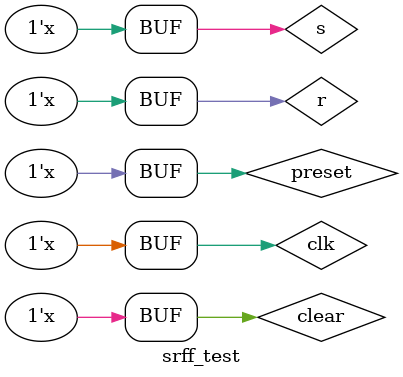
<source format=v>
`timescale 1ns / 1ps


module srff_test;


	reg s,r,clk,preset,clear;
	// Outputs
	wire q,qbar; ;

	// Instantiate the Unit Under Test (UUT)
	srff uut (s,r,clk,preset,clear,q,qbar
		
	);

	initial begin
		// Initialize Inputs

		// Wait 100 ns for global reset to finish
		s=0;
		r=0;
		clk=0;
		preset=0;
		clear=0;
      

		
		// Add stimulus here

	end
     always #20
		s=~s;
		
		always #30
		r=~r;
		
		always #40
		preset=~preset;
		
		always #50
		clear=~clear;
		
		always #10
		clk=~clk;
		
endmodule


</source>
